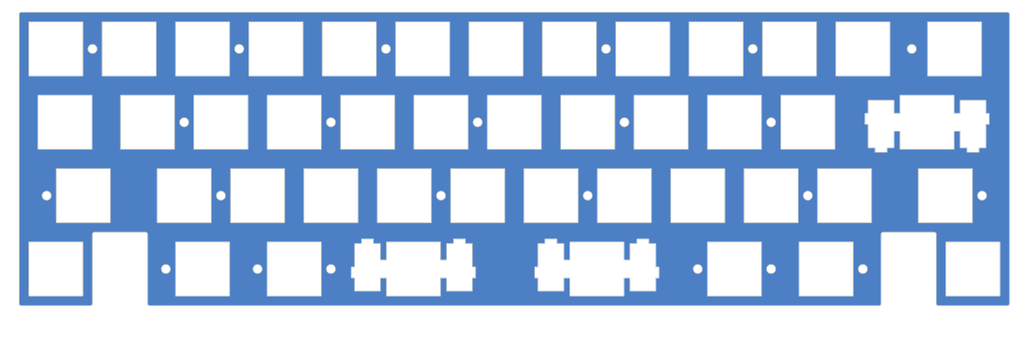
<source format=kicad_pcb>
(kicad_pcb (version 20240108) (generator "pcbnew") (generator_version "8.0")
  (layers (0 "F.Cu" signal) (31 "B.Cu" signal) (34 "B.Paste" user) (35 "F.Paste" user) (36 "B.SilkS" user "B.Silkscreen") (37 "F.SilkS" user "F.Silkscreen") (38 "B.Mask" user) (39 "F.Mask" user) (44 "Edge.Cuts" user))
  (net 0 "")
  (net 1 "GND")
  (gr_line (start 260.206075 50.8821) (end 260.206075 46.1816) (stroke (width 0.2)) (layer "Edge.Cuts"))
  (gr_line (start 246.205075 60.1809) (end 260.206075 60.1809) (stroke (width 0.2)) (layer "Edge.Cuts"))
  (gr_circle (center 55.5625 91.28125) (end 56.7125 91.28125) (stroke (width 0.2)) (fill none) (layer "Edge.Cuts"))
  (gr_line (start 243.537075 41.1309) (end 229.538075 41.1309) (stroke (width 0.2)) (layer "Edge.Cuts"))
  (gr_line (start 220.012425 84.28133) (end 220.012425 98.28133) (stroke (width 0.2)) (layer "Edge.Cuts"))
  (gr_line (start 33.987275 27.1316) (end 33.987275 41.1309) (stroke (width 0.2)) (layer "Edge.Cuts"))
  (gr_line (start 181.625075 79.2311) (end 167.625075 79.2311) (stroke (width 0.2)) (layer "Edge.Cuts"))
  (gr_line (start 237.106075 50.8821) (end 237.106075 53.681) (stroke (width 0.2)) (layer "Edge.Cuts"))
  (gr_line (start 264.968075 65.2317) (end 264.968075 79.2311) (stroke (width 0.2)) (layer "Edge.Cuts"))
  (gr_line (start 109.442175 83.50963) (end 106.394175 83.50963) (stroke (width 0.2)) (layer "Edge.Cuts"))
  (gr_line (start 239.743575 59.7849) (end 237.940175 59.7849) (stroke (width 0.2)) (layer "Edge.Cuts"))
  (gr_arc (start 50.3 81.75625) (mid 50.653553 81.902697) (end 50.8 82.25625) (stroke (width 0.2)) (layer "Edge.Cuts"))
  (gr_line (start 219.725075 65.2317) (end 219.725075 79.2311) (stroke (width 0.2)) (layer "Edge.Cuts"))
  (gr_line (start 229.250075 60.1809) (end 215.250075 60.1809) (stroke (width 0.2)) (layer "Edge.Cuts"))
  (gr_line (start 258.113075 98.28106) (end 258.113075 84.2816) (stroke (width 0.2)) (layer "Edge.Cuts"))
  (gr_circle (center 169.8625 34.13125) (end 171.0125 34.13125) (stroke (width 0.2)) (fill none) (layer "Edge.Cuts"))
  (gr_line (start 43.800275 60.1809) (end 43.800275 46.1816) (stroke (width 0.2)) (layer "Edge.Cuts"))
  (gr_line (start 181.625075 65.2317) (end 181.625075 79.2311) (stroke (width 0.2)) (layer "Edge.Cuts"))
  (gr_line (start 152.215775 84.67803) (end 152.215775 90.77403) (stroke (width 0.2)) (layer "Edge.Cuts"))
  (gr_arc (start 241.3 100.30625) (mid 241.153553 100.659803) (end 240.8 100.80625) (stroke (width 0.2)) (layer "Edge.Cuts"))
  (gr_line (start 33.987275 98.28106) (end 19.987725 98.28106) (stroke (width 0.2)) (layer "Edge.Cuts"))
  (gr_arc (start 241.3 82.25625) (mid 241.446447 81.902697) (end 241.8 81.75625) (stroke (width 0.2)) (layer "Edge.Cuts"))
  (gr_line (start 268.470975 59.7849) (end 268.470975 53.6889) (stroke (width 0.2)) (layer "Edge.Cuts"))
  (gr_line (start 128.466775 96.97163) (end 128.466775 93.58083) (stroke (width 0.2)) (layer "Edge.Cuts"))
  (gr_line (start 153.050075 46.1816) (end 153.050075 60.1809) (stroke (width 0.2)) (layer "Edge.Cuts"))
  (gr_line (start 17.4625 100.30625) (end 17.4625 25.10625) (stroke (width 0.2)) (layer "Edge.Cuts"))
  (gr_line (start 104.590775 93.56803) (end 104.590775 96.97163) (stroke (width 0.2)) (layer "Edge.Cuts"))
  (gr_line (start 158.870575 93.58083) (end 160.480675 93.58083) (stroke (width 0.2)) (layer "Edge.Cuts"))
  (gr_line (start 244.594975 59.7849) (end 242.791575 59.7849) (stroke (width 0.2)) (layer "Edge.Cuts"))
  (gr_line (start 200.675075 65.2317) (end 200.675075 79.2311) (stroke (width 0.2)) (layer "Edge.Cuts"))
  (gr_line (start 210.200075 46.1816) (end 210.200075 60.1809) (stroke (width 0.2)) (layer "Edge.Cuts"))
  (gr_line (start 19.987725 41.1309) (end 19.987725 27.1316) (stroke (width 0.2)) (layer "Edge.Cuts"))
  (gr_line (start 110.187075 27.1316) (end 110.187075 41.1309) (stroke (width 0.2)) (layer "Edge.Cuts"))
  (gr_circle (center 249.2375 34.13125) (end 250.3875 34.13125) (stroke (width 0.2)) (fill none) (layer "Edge.Cuts"))
  (gr_line (start 41.130975 79.2311) (end 27.130105 79.2311) (stroke (width 0.2)) (layer "Edge.Cuts"))
  (gr_line (start 158.100075 60.1809) (end 158.100075 46.1816) (stroke (width 0.2)) (layer "Edge.Cuts"))
  (gr_line (start 186.387075 41.1309) (end 172.388075 41.1309) (stroke (width 0.2)) (layer "Edge.Cuts"))
  (gr_line (start 158.870575 84.67803) (end 157.067175 84.67803) (stroke (width 0.2)) (layer "Edge.Cuts"))
  (gr_line (start 160.480675 88.98103) (end 158.870575 88.98103) (stroke (width 0.2)) (layer "Edge.Cuts"))
  (gr_line (start 191.150075 46.1816) (end 191.150075 60.1809) (stroke (width 0.2)) (layer "Edge.Cuts"))
  (gr_line (start 229.538075 27.1316) (end 243.537075 27.1316) (stroke (width 0.2)) (layer "Edge.Cuts"))
  (gr_line (start 50.3 81.75625) (end 37.0125 81.75625) (stroke (width 0.2)) (layer "Edge.Cuts"))
  (gr_line (start 196.199925 84.28133) (end 210.199925 84.28133) (stroke (width 0.2)) (layer "Edge.Cuts"))
  (gr_line (start 81.899925 84.28133) (end 81.899925 98.28133) (stroke (width 0.2)) (layer "Edge.Cuts"))
  (gr_line (start 242.791575 60.9533) (end 239.743575 60.9533) (stroke (width 0.2)) (layer "Edge.Cuts"))
  (gr_line (start 241.3 82.25625) (end 241.3 100.30625) (stroke (width 0.2)) (layer "Edge.Cuts"))
  (gr_line (start 57.799575 46.1816) (end 57.799575 60.1809) (stroke (width 0.2)) (layer "Edge.Cuts"))
  (gr_line (start 200.675075 79.2311) (end 186.675075 79.2311) (stroke (width 0.2)) (layer "Edge.Cuts"))
  (gr_line (start 62.850275 46.1816) (end 76.849575 46.1816) (stroke (width 0.2)) (layer "Edge.Cuts"))
  (gr_line (start 105.424575 65.2317) (end 105.424575 79.2311) (stroke (width 0.2)) (layer "Edge.Cuts"))
  (gr_line (start 139.050075 46.1816) (end 153.050075 46.1816) (stroke (width 0.2)) (layer "Edge.Cuts"))
  (gr_line (start 182.746575 84.67803) (end 182.756675 90.78193) (stroke (width 0.2)) (layer "Edge.Cuts"))
  (gr_line (start 53.325275 79.2311) (end 53.325275 65.2317) (stroke (width 0.2)) (layer "Edge.Cuts"))
  (gr_line (start 148.575075 79.2311) (end 148.575075 65.2317) (stroke (width 0.2)) (layer "Edge.Cuts"))
  (gr_line (start 112.855675 93.58083) (end 112.855675 98.28133) (stroke (width 0.2)) (layer "Edge.Cuts"))
  (gr_line (start 167.625075 65.2317) (end 181.625075 65.2317) (stroke (width 0.2)) (layer "Edge.Cuts"))
  (gr_line (start 261.816175 47.4913) (end 261.816175 50.8821) (stroke (width 0.2)) (layer "Edge.Cuts"))
  (gr_arc (start 17.9625 100.80625) (mid 17.608947 100.659803) (end 17.4625 100.30625) (stroke (width 0.2)) (layer "Edge.Cuts"))
  (gr_circle (center 60.325 53.18125) (end 61.475 53.18125) (stroke (width 0.2)) (fill none) (layer "Edge.Cuts"))
  (gr_line (start 266.667575 59.7849) (end 268.470975 59.7849) (stroke (width 0.2)) (layer "Edge.Cuts"))
  (gr_line (start 91.425275 79.2311) (end 91.425275 65.2317) (stroke (width 0.2)) (layer "Edge.Cuts"))
  (gr_line (start 172.100075 46.1816) (end 172.100075 60.1809) (stroke (width 0.2)) (layer "Edge.Cuts"))
  (gr_line (start 67.324575 65.2317) (end 67.324575 79.2311) (stroke (width 0.2)) (layer "Edge.Cuts"))
  (gr_line (start 224.775075 79.2311) (end 224.775075 65.2317) (stroke (width 0.2)) (layer "Edge.Cuts"))
  (gr_arc (start 274.6375 100.30625) (mid 274.491053 100.659803) (end 274.1375 100.80625) (stroke (width 0.2)) (layer "Edge.Cuts"))
  (gr_line (start 135.131675 93.58083) (end 135.955675 93.58083) (stroke (width 0.2)) (layer "Edge.Cuts"))
  (gr_line (start 261.816175 50.8821) (end 260.206075 50.8821) (stroke (width 0.2)) (layer "Edge.Cuts"))
  (gr_line (start 81.900275 46.1816) (end 95.899575 46.1816) (stroke (width 0.2)) (layer "Edge.Cuts"))
  (gr_line (start 139.050075 60.1809) (end 139.050075 46.1816) (stroke (width 0.2)) (layer "Edge.Cuts"))
  (gr_line (start 128.466775 88.98103) (end 128.466775 84.67803) (stroke (width 0.2)) (layer "Edge.Cuts"))
  (gr_circle (center 207.9625 34.13125) (end 209.1125 34.13125) (stroke (width 0.2)) (fill none) (layer "Edge.Cuts"))
  (gr_line (start 72.087425 84.28133) (end 72.087425 98.28133) (stroke (width 0.2)) (layer "Edge.Cuts"))
  (gr_line (start 266.667575 60.9533) (end 266.667575 59.7849) (stroke (width 0.2)) (layer "Edge.Cuts"))
  (gr_line (start 152.215775 90.77403) (end 151.352175 90.77403) (stroke (width 0.2)) (layer "Edge.Cuts"))
  (gr_line (start 167.337075 41.1309) (end 153.338075 41.1309) (stroke (width 0.2)) (layer "Edge.Cuts"))
  (gr_line (start 172.388075 41.1309) (end 172.388075 27.1316) (stroke (width 0.2)) (layer "Edge.Cuts"))
  (gr_line (start 246.205075 46.1816) (end 246.205075 50.8821) (stroke (width 0.2)) (layer "Edge.Cuts"))
  (gr_line (start 205.437075 27.1316) (end 205.437075 41.1309) (stroke (width 0.2)) (layer "Edge.Cuts"))
  (gr_arc (start 274.1375 24.60625) (mid 274.491053 24.752697) (end 274.6375 25.10625) (stroke (width 0.2)) (layer "Edge.Cuts"))
  (gr_line (start 39.037775 27.1316) (end 53.037075 27.1316) (stroke (width 0.2)) (layer "Edge.Cuts"))
  (gr_line (start 186.675075 65.2317) (end 200.675075 65.2317) (stroke (width 0.2)) (layer "Edge.Cuts"))
  (gr_line (start 148.287075 27.1316) (end 148.287075 41.1309) (stroke (width 0.2)) (layer "Edge.Cuts"))
  (gr_line (start 135.121575 84.67803) (end 135.131675 90.78193) (stroke (width 0.2)) (layer "Edge.Cuts"))
  (gr_line (start 91.137075 27.1316) (end 91.137075 41.1309) (stroke (width 0.2)) (layer "Edge.Cuts"))
  (gr_line (start 53.325275 65.2317) (end 67.324575 65.2317) (stroke (width 0.2)) (layer "Edge.Cuts"))
  (gr_line (start 105.424575 79.2311) (end 91.425275 79.2311) (stroke (width 0.2)) (layer "Edge.Cuts"))
  (gr_line (start 100.950275 60.1809) (end 100.950275 46.1816) (stroke (width 0.2)) (layer "Edge.Cuts"))
  (gr_line (start 268.470975 53.6889) (end 269.334575 53.6889) (stroke (width 0.2)) (layer "Edge.Cuts"))
  (gr_line (start 219.725075 79.2311) (end 205.725075 79.2311) (stroke (width 0.2)) (layer "Edge.Cuts"))
  (gr_line (start 96.187775 27.1316) (end 110.187075 27.1316) (stroke (width 0.2)) (layer "Edge.Cuts"))
  (gr_line (start 36.368475 60.1809) (end 22.368985 60.1809) (stroke (width 0.2)) (layer "Edge.Cuts"))
  (gr_line (start 112.855675 98.28133) (end 126.856675 98.28133) (stroke (width 0.2)) (layer "Edge.Cuts"))
  (gr_line (start 196.200075 60.1809) (end 196.200075 46.1816) (stroke (width 0.2)) (layer "Edge.Cuts"))
  (gr_circle (center 212.725 53.18125) (end 213.875 53.18125) (stroke (width 0.2)) (fill none) (layer "Edge.Cuts"))
  (gr_line (start 134.000075 60.1809) (end 120.000075 60.1809) (stroke (width 0.2)) (layer "Edge.Cuts"))
  (gr_circle (center 127 72.23125) (end 128.15 72.23125) (stroke (width 0.2)) (fill none) (layer "Edge.Cuts"))
  (gr_circle (center 98.425 91.28125) (end 99.575 91.28125) (stroke (width 0.2)) (fill none) (layer "Edge.Cuts"))
  (gr_arc (start 255.0875 81.75625) (mid 255.441053 81.902697) (end 255.5875 82.25625) (stroke (width 0.2)) (layer "Edge.Cuts"))
  (gr_line (start 224.487075 27.1316) (end 224.487075 41.1309) (stroke (width 0.2)) (layer "Edge.Cuts"))
  (gr_line (start 129.237075 27.1316) (end 129.237075 41.1309) (stroke (width 0.2)) (layer "Edge.Cuts"))
  (gr_line (start 153.338075 27.1316) (end 167.337075 27.1316) (stroke (width 0.2)) (layer "Edge.Cuts"))
  (gr_circle (center 165.1 72.23125) (end 166.25 72.23125) (stroke (width 0.2)) (fill none) (layer "Edge.Cuts"))
  (gr_line (start 158.870575 88.98103) (end 158.870575 84.67803) (stroke (width 0.2)) (layer "Edge.Cuts"))
  (gr_line (start 133.318175 84.67803) (end 135.121575 84.67803) (stroke (width 0.2)) (layer "Edge.Cuts"))
  (gr_line (start 196.200075 46.1816) (end 210.200075 46.1816) (stroke (width 0.2)) (layer "Edge.Cuts"))
  (gr_line (start 134.000075 46.1816) (end 134.000075 60.1809) (stroke (width 0.2)) (layer "Edge.Cuts"))
  (gr_line (start 115.236375 27.1316) (end 129.237075 27.1316) (stroke (width 0.2)) (layer "Edge.Cuts"))
  (gr_line (start 267.350075 27.1316) (end 267.350075 41.1309) (stroke (width 0.2)) (layer "Edge.Cuts"))
  (gr_circle (center 79.375 91.28125) (end 80.525 91.28125) (stroke (width 0.2)) (fill none) (layer "Edge.Cuts"))
  (gr_line (start 253.350075 41.1309) (end 253.350075 27.1316) (stroke (width 0.2)) (layer "Edge.Cuts"))
  (gr_line (start 240.8 100.80625) (end 51.3 100.80625) (stroke (width 0.2)) (layer "Edge.Cuts"))
  (gr_line (start 274.1375 100.80625) (end 256.0875 100.80625) (stroke (width 0.2)) (layer "Edge.Cuts"))
  (gr_arc (start 51.3 100.80625) (mid 50.946447 100.659803) (end 50.8 100.30625) (stroke (width 0.2)) (layer "Edge.Cuts"))
  (gr_line (start 126.856675 98.28133) (end 126.856675 93.58083) (stroke (width 0.2)) (layer "Edge.Cuts"))
  (gr_line (start 205.725075 79.2311) (end 205.725075 65.2317) (stroke (width 0.2)) (layer "Edge.Cuts"))
  (gr_line (start 255.0875 81.75625) (end 241.8 81.75625) (stroke (width 0.2)) (layer "Edge.Cuts"))
  (gr_line (start 133.318175 83.50963) (end 133.318175 84.67803) (stroke (width 0.2)) (layer "Edge.Cuts"))
  (gr_line (start 180.943175 83.50963) (end 180.943175 84.67803) (stroke (width 0.2)) (layer "Edge.Cuts"))
  (gr_line (start 76.849575 46.1816) (end 76.849575 60.1809) (stroke (width 0.2)) (layer "Edge.Cuts"))
  (gr_line (start 58.087425 98.28133) (end 72.087425 98.28133) (stroke (width 0.2)) (layer "Edge.Cuts"))
  (gr_line (start 268.470975 47.4913) (end 261.816175 47.4913) (stroke (width 0.2)) (layer "Edge.Cuts"))
  (gr_line (start 220.012425 84.28133) (end 234.012425 84.28133) (stroke (width 0.2)) (layer "Edge.Cuts"))
  (gr_line (start 120.000075 46.1816) (end 134.000075 46.1816) (stroke (width 0.2)) (layer "Edge.Cuts"))
  (gr_line (start 36.0125 100.80625) (end 17.9625 100.80625) (stroke (width 0.2)) (layer "Edge.Cuts"))
  (gr_line (start 58.087425 84.28133) (end 72.087425 84.28133) (stroke (width 0.2)) (layer "Edge.Cuts"))
  (gr_line (start 135.955675 90.78193) (end 135.131675 90.78193) (stroke (width 0.2)) (layer "Edge.Cuts"))
  (gr_line (start 215.250075 46.1816) (end 229.250075 46.1816) (stroke (width 0.2)) (layer "Edge.Cuts"))
  (gr_circle (center 222.25 72.23125) (end 223.4 72.23125) (stroke (width 0.2)) (fill none) (layer "Edge.Cuts"))
  (gr_line (start 33.987275 84.2816) (end 33.987275 98.28106) (stroke (width 0.2)) (layer "Edge.Cuts"))
  (gr_line (start 234.012425 84.28133) (end 234.012425 98.28133) (stroke (width 0.2)) (layer "Edge.Cuts"))
  (gr_line (start 229.538075 41.1309) (end 229.538075 27.1316) (stroke (width 0.2)) (layer "Edge.Cuts"))
  (gr_line (start 167.337075 27.1316) (end 167.337075 41.1309) (stroke (width 0.2)) (layer "Edge.Cuts"))
  (gr_line (start 50.8 100.30625) (end 50.8 82.25625) (stroke (width 0.2)) (layer "Edge.Cuts"))
  (gr_line (start 111.245575 93.58083) (end 112.855675 93.58083) (stroke (width 0.2)) (layer "Edge.Cuts"))
  (gr_line (start 148.575075 65.2317) (end 162.575075 65.2317) (stroke (width 0.2)) (layer "Edge.Cuts"))
  (gr_line (start 77.137775 41.1309) (end 77.137775 27.1316) (stroke (width 0.2)) (layer "Edge.Cuts"))
  (gr_line (start 244.594975 47.4913) (end 244.594975 50.8821) (stroke (width 0.2)) (layer "Edge.Cuts"))
  (gr_line (start 58.087425 84.28133) (end 58.087425 98.28133) (stroke (width 0.2)) (layer "Edge.Cuts"))
  (gr_line (start 103.727175 93.56803) (end 104.590775 93.56803) (stroke (width 0.2)) (layer "Edge.Cuts"))
  (gr_line (start 261.816175 55.4819) (end 261.816175 59.7849) (stroke (width 0.2)) (layer "Edge.Cuts"))
  (gr_line (start 96.187775 41.1309) (end 96.187775 27.1316) (stroke (width 0.2)) (layer "Edge.Cuts"))
  (gr_line (start 162.575075 79.2311) (end 148.575075 79.2311) (stroke (width 0.2)) (layer "Edge.Cuts"))
  (gr_line (start 186.387075 27.1316) (end 186.387075 41.1309) (stroke (width 0.2)) (layer "Edge.Cuts"))
  (gr_line (start 250.969075 65.2317) (end 264.968075 65.2317) (stroke (width 0.2)) (layer "Edge.Cuts"))
  (gr_line (start 124.475075 79.2311) (end 110.475275 79.2311) (stroke (width 0.2)) (layer "Edge.Cuts"))
  (gr_line (start 151.352175 93.56803) (end 152.215775 93.56803) (stroke (width 0.2)) (layer "Edge.Cuts"))
  (gr_line (start 130.270175 83.50963) (end 133.318175 83.50963) (stroke (width 0.2)) (layer "Edge.Cuts"))
  (gr_line (start 19.987725 98.28106) (end 19.987725 84.2816) (stroke (width 0.2)) (layer "Edge.Cuts"))
  (gr_line (start 272.112075 98.28106) (end 258.113075 98.28106) (stroke (width 0.2)) (layer "Edge.Cuts"))
  (gr_line (start 152.215775 93.56803) (end 152.215775 96.97163) (stroke (width 0.2)) (layer "Edge.Cuts"))
  (gr_line (start 81.899925 98.28133) (end 95.899925 98.28133) (stroke (width 0.2)) (layer "Edge.Cuts"))
  (gr_line (start 224.487075 41.1309) (end 210.488075 41.1309) (stroke (width 0.2)) (layer "Edge.Cuts"))
  (gr_line (start 258.113075 84.2816) (end 272.112075 84.2816) (stroke (width 0.2)) (layer "Edge.Cuts"))
  (gr_line (start 176.091775 88.98103) (end 174.481675 88.98103) (stroke (width 0.2)) (layer "Edge.Cuts"))
  (gr_line (start 253.350075 27.1316) (end 267.350075 27.1316) (stroke (width 0.2)) (layer "Edge.Cuts"))
  (gr_line (start 242.791575 59.7849) (end 242.791575 60.9533) (stroke (width 0.2)) (layer "Edge.Cuts"))
  (gr_circle (center 69.85 72.23125) (end 71 72.23125) (stroke (width 0.2)) (fill none) (layer "Edge.Cuts"))
  (gr_line (start 177.150075 60.1809) (end 177.150075 46.1816) (stroke (width 0.2)) (layer "Edge.Cuts"))
  (gr_line (start 151.352175 90.77403) (end 151.352175 93.56803) (stroke (width 0.2)) (layer "Edge.Cuts"))
  (gr_line (start 110.475275 79.2311) (end 110.475275 65.2317) (stroke (width 0.2)) (layer "Edge.Cuts"))
  (gr_line (start 162.575075 65.2317) (end 162.575075 79.2311) (stroke (width 0.2)) (layer "Edge.Cuts"))
  (gr_line (start 196.199925 84.28133) (end 196.199925 98.28133) (stroke (width 0.2)) (layer "Edge.Cuts"))
  (gr_line (start 183.580675 93.58083) (end 183.580675 90.78193) (stroke (width 0.2)) (layer "Edge.Cuts"))
  (gr_line (start 176.091775 88.98103) (end 176.091775 84.67803) (stroke (width 0.2)) (layer "Edge.Cuts"))
  (gr_line (start 167.625075 79.2311) (end 167.625075 65.2317) (stroke (width 0.2)) (layer "Edge.Cuts"))
  (gr_line (start 250.969075 79.2311) (end 250.969075 65.2317) (stroke (width 0.2)) (layer "Edge.Cuts"))
  (gr_line (start 135.955675 93.58083) (end 135.955675 90.78193) (stroke (width 0.2)) (layer "Edge.Cuts"))
  (gr_line (start 129.237075 41.1309) (end 115.236375 41.1309) (stroke (width 0.2)) (layer "Edge.Cuts"))
  (gr_line (start 53.037075 27.1316) (end 53.037075 41.1309) (stroke (width 0.2)) (layer "Edge.Cuts"))
  (gr_line (start 43.800275 46.1816) (end 57.799575 46.1816) (stroke (width 0.2)) (layer "Edge.Cuts"))
  (gr_line (start 135.121575 96.97163) (end 128.466775 96.97163) (stroke (width 0.2)) (layer "Edge.Cuts"))
  (gr_line (start 27.130105 79.2311) (end 27.130105 65.2317) (stroke (width 0.2)) (layer "Edge.Cuts"))
  (gr_line (start 177.895175 83.50963) (end 180.943175 83.50963) (stroke (width 0.2)) (layer "Edge.Cuts"))
  (gr_line (start 112.855675 88.98103) (end 111.245575 88.98103) (stroke (width 0.2)) (layer "Edge.Cuts"))
  (gr_line (start 106.394175 83.50963) (end 106.394175 84.67803) (stroke (width 0.2)) (layer "Edge.Cuts"))
  (gr_line (start 174.481675 84.28203) (end 160.480675 84.28203) (stroke (width 0.2)) (layer "Edge.Cuts"))
  (gr_line (start 180.943175 84.67803) (end 182.746575 84.67803) (stroke (width 0.2)) (layer "Edge.Cuts"))
  (gr_line (start 255.5875 100.30625) (end 255.5875 82.25625) (stroke (width 0.2)) (layer "Edge.Cuts"))
  (gr_circle (center 24.60625 72.23125) (end 25.75625 72.23125) (stroke (width 0.2)) (fill none) (layer "Edge.Cuts"))
  (gr_circle (center 74.6125 34.13125) (end 75.7625 34.13125) (stroke (width 0.2)) (fill none) (layer "Edge.Cuts"))
  (gr_line (start 260.206075 60.1809) (end 260.206075 55.4819) (stroke (width 0.2)) (layer "Edge.Cuts"))
  (gr_line (start 154.019175 83.50963) (end 154.019175 84.67803) (stroke (width 0.2)) (layer "Edge.Cuts"))
  (gr_line (start 182.746575 96.97163) (end 182.756675 93.58083) (stroke (width 0.2)) (layer "Edge.Cuts"))
  (gr_line (start 72.087075 27.1316) (end 72.087075 41.1309) (stroke (width 0.2)) (layer "Edge.Cuts"))
  (gr_line (start 224.775075 65.2317) (end 238.775075 65.2317) (stroke (width 0.2)) (layer "Edge.Cuts"))
  (gr_line (start 95.899925 84.28133) (end 95.899925 98.28133) (stroke (width 0.2)) (layer "Edge.Cuts"))
  (gr_line (start 205.437075 41.1309) (end 191.438075 41.1309) (stroke (width 0.2)) (layer "Edge.Cuts"))
  (gr_line (start 174.481675 88.98103) (end 174.481675 84.28203) (stroke (width 0.2)) (layer "Edge.Cuts"))
  (gr_line (start 238.775075 65.2317) (end 238.775075 79.2311) (stroke (width 0.2)) (layer "Edge.Cuts"))
  (gr_line (start 158.100075 46.1816) (end 172.100075 46.1816) (stroke (width 0.2)) (layer "Edge.Cuts"))
  (gr_line (start 183.580675 90.78193) (end 182.756675 90.78193) (stroke (width 0.2)) (layer "Edge.Cuts"))
  (gr_line (start 81.899925 84.28133) (end 95.899925 84.28133) (stroke (width 0.2)) (layer "Edge.Cuts"))
  (gr_circle (center 98.425 53.18125) (end 99.575 53.18125) (stroke (width 0.2)) (fill none) (layer "Edge.Cuts"))
  (gr_line (start 104.590775 96.97163) (end 111.245575 96.97163) (stroke (width 0.2)) (layer "Edge.Cuts"))
  (gr_line (start 104.590775 84.67803) (end 104.590775 90.77403) (stroke (width 0.2)) (layer "Edge.Cuts"))
  (gr_line (start 237.940175 59.7849) (end 237.930075 53.681) (stroke (width 0.2)) (layer "Edge.Cuts"))
  (gr_arc (start 256.0875 100.80625) (mid 255.733947 100.659803) (end 255.5875 100.30625) (stroke (width 0.2)) (layer "Edge.Cuts"))
  (gr_line (start 36.5125 82.25625) (end 36.5125 100.30625) (stroke (width 0.2)) (layer "Edge.Cuts"))
  (gr_line (start 196.199925 98.28133) (end 210.199925 98.28133) (stroke (width 0.2)) (layer "Edge.Cuts"))
  (gr_line (start 153.050075 60.1809) (end 139.050075 60.1809) (stroke (width 0.2)) (layer "Edge.Cuts"))
  (gr_line (start 72.375275 65.2317) (end 86.374575 65.2317) (stroke (width 0.2)) (layer "Edge.Cuts"))
  (gr_line (start 172.388075 27.1316) (end 186.387075 27.1316) (stroke (width 0.2)) (layer "Edge.Cuts"))
  (gr_line (start 58.087775 27.1316) (end 72.087075 27.1316) (stroke (width 0.2)) (layer "Edge.Cuts"))
  (gr_line (start 17.9625 24.60625) (end 274.1375 24.60625) (stroke (width 0.2)) (layer "Edge.Cuts"))
  (gr_line (start 272.112075 84.2816) (end 272.112075 98.28106) (stroke (width 0.2)) (layer "Edge.Cuts"))
  (gr_line (start 244.594975 55.4819) (end 246.205075 55.4819) (stroke (width 0.2)) (layer "Edge.Cuts"))
  (gr_circle (center 36.5125 34.13125) (end 37.6625 34.13125) (stroke (width 0.2)) (fill none) (layer "Edge.Cuts"))
  (gr_line (start 177.150075 46.1816) (end 191.150075 46.1816) (stroke (width 0.2)) (layer "Edge.Cuts"))
  (gr_line (start 129.525075 65.2317) (end 143.525075 65.2317) (stroke (width 0.2)) (layer "Edge.Cuts"))
  (gr_line (start 72.087075 41.1309) (end 58.087775 41.1309) (stroke (width 0.2)) (layer "Edge.Cuts"))
  (gr_line (start 263.619575 59.7849) (end 263.619575 60.9533) (stroke (width 0.2)) (layer "Edge.Cuts"))
  (gr_circle (center 112.7125 34.13125) (end 113.8625 34.13125) (stroke (width 0.2)) (fill none) (layer "Edge.Cuts"))
  (gr_line (start 91.425275 65.2317) (end 105.424575 65.2317) (stroke (width 0.2)) (layer "Edge.Cuts"))
  (gr_line (start 238.775075 79.2311) (end 224.775075 79.2311) (stroke (width 0.2)) (layer "Edge.Cuts"))
  (gr_line (start 269.334575 53.6889) (end 269.334575 50.8949) (stroke (width 0.2)) (layer "Edge.Cuts"))
  (gr_line (start 182.746575 96.97163) (end 176.091775 96.97163) (stroke (width 0.2)) (layer "Edge.Cuts"))
  (gr_line (start 260.206075 46.1816) (end 246.205075 46.1816) (stroke (width 0.2)) (layer "Edge.Cuts"))
  (gr_line (start 237.930075 50.8821) (end 237.106075 50.8821) (stroke (width 0.2)) (layer "Edge.Cuts"))
  (gr_line (start 269.334575 50.8949) (end 268.470975 50.8949) (stroke (width 0.2)) (layer "Edge.Cuts"))
  (gr_line (start 22.368985 60.1809) (end 22.368985 46.1816) (stroke (width 0.2)) (layer "Edge.Cuts"))
  (gr_line (start 86.374575 79.2311) (end 72.375275 79.2311) (stroke (width 0.2)) (layer "Edge.Cuts"))
  (gr_line (start 237.106075 53.681) (end 237.930075 53.681) (stroke (width 0.2)) (layer "Edge.Cuts"))
  (gr_line (start 237.940175 47.4913) (end 244.594975 47.4913) (stroke (width 0.2)) (layer "Edge.Cuts"))
  (gr_line (start 191.150075 60.1809) (end 177.150075 60.1809) (stroke (width 0.2)) (layer "Edge.Cuts"))
  (gr_line (start 260.206075 55.4819) (end 261.816175 55.4819) (stroke (width 0.2)) (layer "Edge.Cuts"))
  (gr_line (start 134.286075 41.1309) (end 134.286075 27.1316) (stroke (width 0.2)) (layer "Edge.Cuts"))
  (gr_line (start 176.091775 84.67803) (end 177.895175 84.67803) (stroke (width 0.2)) (layer "Edge.Cuts"))
  (gr_circle (center 212.725 91.28125) (end 213.875 91.28125) (stroke (width 0.2)) (fill none) (layer "Edge.Cuts"))
  (gr_line (start 95.899575 46.1816) (end 95.899575 60.1809) (stroke (width 0.2)) (layer "Edge.Cuts"))
  (gr_line (start 95.899575 60.1809) (end 81.900275 60.1809) (stroke (width 0.2)) (layer "Edge.Cuts"))
  (gr_circle (center 174.625 53.18125) (end 175.775 53.18125) (stroke (width 0.2)) (fill none) (layer "Edge.Cuts"))
  (gr_line (start 264.968075 79.2311) (end 250.969075 79.2311) (stroke (width 0.2)) (layer "Edge.Cuts"))
  (gr_line (start 126.856675 88.98103) (end 126.856675 84.28203) (stroke (width 0.2)) (layer "Edge.Cuts"))
  (gr_arc (start 17.4625 25.10625) (mid 17.608947 24.752697) (end 17.9625 24.60625) (stroke (width 0.2)) (layer "Edge.Cuts"))
  (gr_line (start 126.856675 84.28203) (end 112.855675 84.28203) (stroke (width 0.2)) (layer "Edge.Cuts"))
  (gr_line (start 246.205075 55.4819) (end 246.205075 60.1809) (stroke (width 0.2)) (layer "Edge.Cuts"))
  (gr_line (start 112.855675 84.28203) (end 112.855675 88.98103) (stroke (width 0.2)) (layer "Edge.Cuts"))
  (gr_line (start 91.137075 41.1309) (end 77.137775 41.1309) (stroke (width 0.2)) (layer "Edge.Cuts"))
  (gr_line (start 143.525075 79.2311) (end 129.525075 79.2311) (stroke (width 0.2)) (layer "Edge.Cuts"))
  (gr_line (start 126.856675 93.58083) (end 128.466775 93.58083) (stroke (width 0.2)) (layer "Edge.Cuts"))
  (gr_circle (center 136.525 53.18125) (end 137.675 53.18125) (stroke (width 0.2)) (fill none) (layer "Edge.Cuts"))
  (gr_line (start 210.200075 60.1809) (end 196.200075 60.1809) (stroke (width 0.2)) (layer "Edge.Cuts"))
  (gr_circle (center 236.5375 91.28125) (end 237.6875 91.28125) (stroke (width 0.2)) (fill none) (layer "Edge.Cuts"))
  (gr_line (start 39.037775 41.1309) (end 39.037775 27.1316) (stroke (width 0.2)) (layer "Edge.Cuts"))
  (gr_line (start 81.900275 60.1809) (end 81.900275 46.1816) (stroke (width 0.2)) (layer "Edge.Cuts"))
  (gr_line (start 176.091775 96.97163) (end 176.091775 93.58083) (stroke (width 0.2)) (layer "Edge.Cuts"))
  (gr_line (start 120.000075 60.1809) (end 120.000075 46.1816) (stroke (width 0.2)) (layer "Edge.Cuts"))
  (gr_line (start 114.949575 60.1809) (end 100.950275 60.1809) (stroke (width 0.2)) (layer "Edge.Cuts"))
  (gr_line (start 153.338075 41.1309) (end 153.338075 27.1316) (stroke (width 0.2)) (layer "Edge.Cuts"))
  (gr_line (start 111.245575 96.97163) (end 111.245575 93.58083) (stroke (width 0.2)) (layer "Edge.Cuts"))
  (gr_circle (center 193.675 91.28125) (end 194.825 91.28125) (stroke (width 0.2)) (fill none) (layer "Edge.Cuts"))
  (gr_line (start 157.067175 84.67803) (end 157.067175 83.50963) (stroke (width 0.2)) (layer "Edge.Cuts"))
  (gr_line (start 124.475075 65.2317) (end 124.475075 79.2311) (stroke (width 0.2)) (layer "Edge.Cuts"))
  (gr_line (start 58.087775 41.1309) (end 58.087775 27.1316) (stroke (width 0.2)) (layer "Edge.Cuts"))
  (gr_line (start 103.727175 90.77403) (end 103.727175 93.56803) (stroke (width 0.2)) (layer "Edge.Cuts"))
  (gr_line (start 33.987275 41.1309) (end 19.987725 41.1309) (stroke (width 0.2)) (layer "Edge.Cuts"))
  (gr_line (start 128.466775 84.67803) (end 130.270175 84.67803) (stroke (width 0.2)) (layer "Edge.Cuts"))
  (gr_line (start 86.374575 65.2317) (end 86.374575 79.2311) (stroke (width 0.2)) (layer "Edge.Cuts"))
  (gr_line (start 210.488075 27.1316) (end 224.487075 27.1316) (stroke (width 0.2)) (layer "Edge.Cuts"))
  (gr_line (start 267.350075 41.1309) (end 253.350075 41.1309) (stroke (width 0.2)) (layer "Edge.Cuts"))
  (gr_line (start 157.067175 83.50963) (end 154.019175 83.50963) (stroke (width 0.2)) (layer "Edge.Cuts"))
  (gr_line (start 186.675075 79.2311) (end 186.675075 65.2317) (stroke (width 0.2)) (layer "Edge.Cuts"))
  (gr_line (start 19.987725 27.1316) (end 33.987275 27.1316) (stroke (width 0.2)) (layer "Edge.Cuts"))
  (gr_line (start 19.987725 84.2816) (end 33.987275 84.2816) (stroke (width 0.2)) (layer "Edge.Cuts"))
  (gr_line (start 244.594975 55.4819) (end 244.594975 59.7849) (stroke (width 0.2)) (layer "Edge.Cuts"))
  (gr_line (start 177.895175 84.67803) (end 177.895175 83.50963) (stroke (width 0.2)) (layer "Edge.Cuts"))
  (gr_line (start 191.438075 27.1316) (end 205.437075 27.1316) (stroke (width 0.2)) (layer "Edge.Cuts"))
  (gr_line (start 191.438075 41.1309) (end 191.438075 27.1316) (stroke (width 0.2)) (layer "Edge.Cuts"))
  (gr_line (start 57.799575 60.1809) (end 43.800275 60.1809) (stroke (width 0.2)) (layer "Edge.Cuts"))
  (gr_line (start 27.130105 65.2317) (end 41.130975 65.2317) (stroke (width 0.2)) (layer "Edge.Cuts"))
  (gr_line (start 111.245575 84.67803) (end 109.442175 84.67803) (stroke (width 0.2)) (layer "Edge.Cuts"))
  (gr_line (start 174.481675 93.58083) (end 176.091775 93.58083) (stroke (width 0.2)) (layer "Edge.Cuts"))
  (gr_line (start 135.121575 96.97163) (end 135.131675 93.58083) (stroke (width 0.2)) (layer "Edge.Cuts"))
  (gr_line (start 172.100075 60.1809) (end 158.100075 60.1809) (stroke (width 0.2)) (layer "Edge.Cuts"))
  (gr_line (start 210.488075 41.1309) (end 210.488075 27.1316) (stroke (width 0.2)) (layer "Edge.Cuts"))
  (gr_line (start 129.525075 79.2311) (end 129.525075 65.2317) (stroke (width 0.2)) (layer "Edge.Cuts"))
  (gr_line (start 134.286075 27.1316) (end 148.287075 27.1316) (stroke (width 0.2)) (layer "Edge.Cuts"))
  (gr_line (start 237.940175 47.4913) (end 237.930075 50.8821) (stroke (width 0.2)) (layer "Edge.Cuts"))
  (gr_line (start 220.012425 98.28133) (end 234.012425 98.28133) (stroke (width 0.2)) (layer "Edge.Cuts"))
  (gr_line (start 215.250075 60.1809) (end 215.250075 46.1816) (stroke (width 0.2)) (layer "Edge.Cuts"))
  (gr_line (start 182.756675 93.58083) (end 183.580675 93.58083) (stroke (width 0.2)) (layer "Edge.Cuts"))
  (gr_line (start 158.870575 96.97163) (end 158.870575 93.58083) (stroke (width 0.2)) (layer "Edge.Cuts"))
  (gr_line (start 128.466775 88.98103) (end 126.856675 88.98103) (stroke (width 0.2)) (layer "Edge.Cuts"))
  (gr_line (start 130.270175 84.67803) (end 130.270175 83.50963) (stroke (width 0.2)) (layer "Edge.Cuts"))
  (gr_line (start 110.187075 41.1309) (end 96.187775 41.1309) (stroke (width 0.2)) (layer "Edge.Cuts"))
  (gr_line (start 77.137775 27.1316) (end 91.137075 27.1316) (stroke (width 0.2)) (layer "Edge.Cuts"))
  (gr_line (start 76.849575 60.1809) (end 62.850275 60.1809) (stroke (width 0.2)) (layer "Edge.Cuts"))
  (gr_line (start 53.037075 41.1309) (end 39.037775 41.1309) (stroke (width 0.2)) (layer "Edge.Cuts"))
  (gr_line (start 261.816175 59.7849) (end 263.619575 59.7849) (stroke (width 0.2)) (layer "Edge.Cuts"))
  (gr_arc (start 36.5125 82.25625) (mid 36.658947 81.902697) (end 37.0125 81.75625) (stroke (width 0.2)) (layer "Edge.Cuts"))
  (gr_line (start 67.324575 79.2311) (end 53.325275 79.2311) (stroke (width 0.2)) (layer "Edge.Cuts"))
  (gr_line (start 263.619575 60.9533) (end 266.667575 60.9533) (stroke (width 0.2)) (layer "Edge.Cuts"))
  (gr_line (start 274.6375 25.10625) (end 274.6375 100.30625) (stroke (width 0.2)) (layer "Edge.Cuts"))
  (gr_line (start 243.537075 27.1316) (end 243.537075 41.1309) (stroke (width 0.2)) (layer "Edge.Cuts"))
  (gr_line (start 104.590775 90.77403) (end 103.727175 90.77403) (stroke (width 0.2)) (layer "Edge.Cuts"))
  (gr_line (start 268.470975 50.8949) (end 268.470975 47.4913) (stroke (width 0.2)) (layer "Edge.Cuts"))
  (gr_line (start 36.368475 46.1816) (end 36.368475 60.1809) (stroke (width 0.2)) (layer "Edge.Cuts"))
  (gr_line (start 62.850275 60.1809) (end 62.850275 46.1816) (stroke (width 0.2)) (layer "Edge.Cuts"))
  (gr_line (start 148.287075 41.1309) (end 134.286075 41.1309) (stroke (width 0.2)) (layer "Edge.Cuts"))
  (gr_line (start 106.394175 84.67803) (end 104.590775 84.67803) (stroke (width 0.2)) (layer "Edge.Cuts"))
  (gr_line (start 174.481675 98.28133) (end 174.481675 93.58083) (stroke (width 0.2)) (layer "Edge.Cuts"))
  (gr_line (start 115.236375 41.1309) (end 115.236375 27.1316) (stroke (width 0.2)) (layer "Edge.Cuts"))
  (gr_line (start 110.475275 65.2317) (end 124.475075 65.2317) (stroke (width 0.2)) (layer "Edge.Cuts"))
  (gr_line (start 152.215775 96.97163) (end 158.870575 96.97163) (stroke (width 0.2)) (layer "Edge.Cuts"))
  (gr_line (start 229.250075 46.1816) (end 229.250075 60.1809) (stroke (width 0.2)) (layer "Edge.Cuts"))
  (gr_line (start 160.480675 84.28203) (end 160.480675 88.98103) (stroke (width 0.2)) (layer "Edge.Cuts"))
  (gr_line (start 100.950275 46.1816) (end 114.949575 46.1816) (stroke (width 0.2)) (layer "Edge.Cuts"))
  (gr_line (start 109.442175 84.67803) (end 109.442175 83.50963) (stroke (width 0.2)) (layer "Edge.Cuts"))
  (gr_line (start 154.019175 84.67803) (end 152.215775 84.67803) (stroke (width 0.2)) (layer "Edge.Cuts"))
  (gr_line (start 160.480675 93.58083) (end 160.480675 98.28133) (stroke (width 0.2)) (layer "Edge.Cuts"))
  (gr_line (start 41.130975 65.2317) (end 41.130975 79.2311) (stroke (width 0.2)) (layer "Edge.Cuts"))
  (gr_line (start 160.480675 98.28133) (end 174.481675 98.28133) (stroke (width 0.2)) (layer "Edge.Cuts"))
  (gr_line (start 22.368985 46.1816) (end 36.368475 46.1816) (stroke (width 0.2)) (layer "Edge.Cuts"))
  (gr_line (start 239.743575 60.9533) (end 239.743575 59.7849) (stroke (width 0.2)) (layer "Edge.Cuts"))
  (gr_line (start 246.205075 50.8821) (end 244.594975 50.8821) (stroke (width 0.2)) (layer "Edge.Cuts"))
  (gr_arc (start 36.5125 100.30625) (mid 36.366053 100.659803) (end 36.0125 100.80625) (stroke (width 0.2)) (layer "Edge.Cuts"))
  (gr_line (start 210.199925 84.28133) (end 210.199925 98.28133) (stroke (width 0.2)) (layer "Edge.Cuts"))
  (gr_circle (center 267.49375 72.23125) (end 268.64375 72.23125) (stroke (width 0.2)) (fill none) (layer "Edge.Cuts"))
  (gr_line (start 72.375275 79.2311) (end 72.375275 65.2317) (stroke (width 0.2)) (layer "Edge.Cuts"))
  (gr_line (start 143.525075 65.2317) (end 143.525075 79.2311) (stroke (width 0.2)) (layer "Edge.Cuts"))
  (gr_line (start 114.949575 46.1816) (end 114.949575 60.1809) (stroke (width 0.2)) (layer "Edge.Cuts"))
  (gr_line (start 111.245575 88.98103) (end 111.245575 84.67803) (stroke (width 0.2)) (layer "Edge.Cuts"))
  (gr_line (start 205.725075 65.2317) (end 219.725075 65.2317) (stroke (width 0.2)) (layer "Edge.Cuts"))
  (zone (net 1) (net_name "GND") (layers "F&B.Cu") (connect_pads (clearance 0.5)) (min_thickness 0.25) (fill yes (thermal_gap 0.5) (thermal_bridge_width 0.5) (island_removal_mode 1) (island_area_min 10))
    (polygon (pts (xy 12.49375 21.43125) (xy 278.4 21.43125) (xy 278.4 109.5375) (xy 12.49375 108.74375)))
  )
)
</source>
